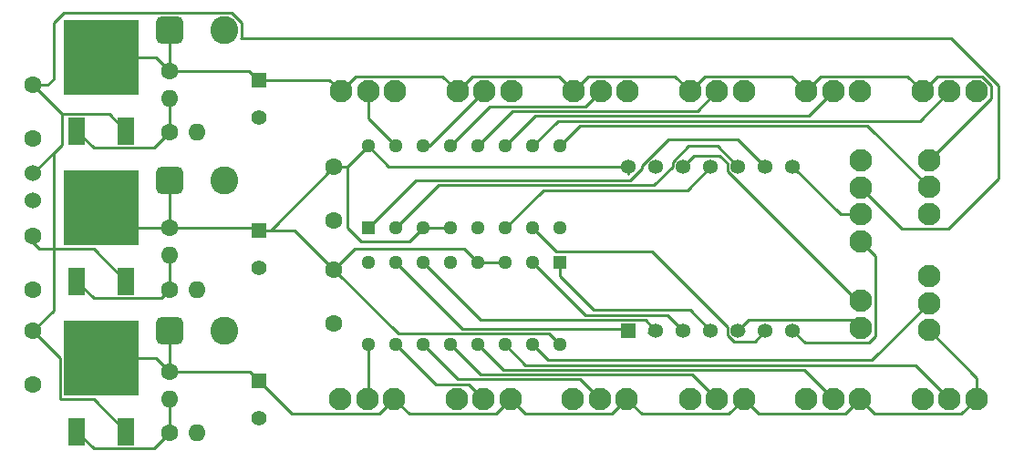
<source format=gtl>
%TF.GenerationSoftware,KiCad,Pcbnew,7.0.10*%
%TF.CreationDate,2024-10-31T16:27:30-04:00*%
%TF.ProjectId,SDP25_MainPCB,53445032-355f-44d6-9169-6e5043422e6b,rev?*%
%TF.SameCoordinates,Original*%
%TF.FileFunction,Copper,L1,Top*%
%TF.FilePolarity,Positive*%
%FSLAX46Y46*%
G04 Gerber Fmt 4.6, Leading zero omitted, Abs format (unit mm)*
G04 Created by KiCad (PCBNEW 7.0.10) date 2024-10-31 16:27:30*
%MOMM*%
%LPD*%
G01*
G04 APERTURE LIST*
G04 Aperture macros list*
%AMRoundRect*
0 Rectangle with rounded corners*
0 $1 Rounding radius*
0 $2 $3 $4 $5 $6 $7 $8 $9 X,Y pos of 4 corners*
0 Add a 4 corners polygon primitive as box body*
4,1,4,$2,$3,$4,$5,$6,$7,$8,$9,$2,$3,0*
0 Add four circle primitives for the rounded corners*
1,1,$1+$1,$2,$3*
1,1,$1+$1,$4,$5*
1,1,$1+$1,$6,$7*
1,1,$1+$1,$8,$9*
0 Add four rect primitives between the rounded corners*
20,1,$1+$1,$2,$3,$4,$5,0*
20,1,$1+$1,$4,$5,$6,$7,0*
20,1,$1+$1,$6,$7,$8,$9,0*
20,1,$1+$1,$8,$9,$2,$3,0*%
G04 Aperture macros list end*
%TA.AperFunction,ComponentPad*%
%ADD10C,2.100000*%
%TD*%
%TA.AperFunction,ComponentPad*%
%ADD11C,1.600000*%
%TD*%
%TA.AperFunction,ComponentPad*%
%ADD12O,1.600000X1.600000*%
%TD*%
%TA.AperFunction,ComponentPad*%
%ADD13RoundRect,0.650000X-0.650000X-0.650000X0.650000X-0.650000X0.650000X0.650000X-0.650000X0.650000X0*%
%TD*%
%TA.AperFunction,ComponentPad*%
%ADD14C,2.600000*%
%TD*%
%TA.AperFunction,SMDPad,CuDef*%
%ADD15R,1.500000X2.500000*%
%TD*%
%TA.AperFunction,SMDPad,CuDef*%
%ADD16R,7.000000X7.000000*%
%TD*%
%TA.AperFunction,ComponentPad*%
%ADD17R,1.422400X1.422400*%
%TD*%
%TA.AperFunction,ComponentPad*%
%ADD18C,1.422400*%
%TD*%
%TA.AperFunction,ComponentPad*%
%ADD19R,1.295400X1.295400*%
%TD*%
%TA.AperFunction,ComponentPad*%
%ADD20C,1.295400*%
%TD*%
%TA.AperFunction,ComponentPad*%
%ADD21R,1.358000X1.358000*%
%TD*%
%TA.AperFunction,ComponentPad*%
%ADD22C,1.358000*%
%TD*%
%TA.AperFunction,ComponentPad*%
%ADD23C,1.524000*%
%TD*%
%TA.AperFunction,Conductor*%
%ADD24C,0.250000*%
%TD*%
G04 APERTURE END LIST*
D10*
%TO.P,J9,1*%
%TO.N,GND*%
X128905000Y-51515000D03*
%TO.P,J9,2*%
%TO.N,Net-(IC1-INPUT)*%
X128905000Y-54015000D03*
%TO.P,J9,3*%
%TO.N,Net-(U3-RX_D7)*%
X128905000Y-56515000D03*
%TO.P,J9,4*%
%TO.N,Net-(U3-TX_D6)*%
X128905000Y-59015000D03*
%TD*%
%TO.P,J15,1*%
%TO.N,GND*%
X134660000Y-73665000D03*
%TO.P,J15,2*%
%TO.N,Net-(U2-G)*%
X137160000Y-73665000D03*
%TO.P,J15,3*%
%TO.N,Net-(IC3-OUTPUT)*%
X139660000Y-73665000D03*
%TD*%
D11*
%TO.P,R2,1*%
%TO.N,Net-(IC2-OUTPUT)*%
X64770000Y-43180000D03*
D12*
%TO.P,R2,2*%
%TO.N,Net-(IC2-ADJ)*%
X64770000Y-45720000D03*
%TD*%
D11*
%TO.P,R3,1*%
%TO.N,Net-(IC3-ADJ)*%
X64770000Y-76835000D03*
D12*
%TO.P,R3,2*%
%TO.N,GND*%
X67310000Y-76835000D03*
%TD*%
D13*
%TO.P,TP1,1,1*%
%TO.N,Net-(IC1-OUTPUT)*%
X64770000Y-53340000D03*
D14*
%TO.P,TP1,2,2*%
%TO.N,GND*%
X69850000Y-53340000D03*
%TD*%
D15*
%TO.P,IC2,1,ADJ*%
%TO.N,Net-(IC2-ADJ)*%
X56120000Y-48760000D03*
D16*
%TO.P,IC2,2,OUTPUT*%
%TO.N,Net-(IC2-OUTPUT)*%
X58420000Y-41910000D03*
D15*
%TO.P,IC2,3,INPUT*%
%TO.N,Net-(IC1-INPUT)*%
X60720000Y-48760000D03*
%TD*%
D17*
%TO.P,C6,1*%
%TO.N,Net-(IC1-OUTPUT)*%
X73025000Y-57969150D03*
D18*
%TO.P,C6,2*%
%TO.N,GND*%
X73025000Y-61474350D03*
%TD*%
D11*
%TO.P,C3,1*%
%TO.N,GND*%
X80010000Y-66635000D03*
%TO.P,C3,2*%
%TO.N,Net-(IC1-OUTPUT)*%
X80010000Y-61635000D03*
%TD*%
D10*
%TO.P,J12,1*%
%TO.N,GND*%
X102195000Y-73665000D03*
%TO.P,J12,2*%
%TO.N,Net-(U2-C)*%
X104695000Y-73665000D03*
%TO.P,J12,3*%
%TO.N,Net-(IC3-OUTPUT)*%
X107195000Y-73665000D03*
%TD*%
D15*
%TO.P,IC3,1,ADJ*%
%TO.N,Net-(IC3-ADJ)*%
X56120000Y-76700000D03*
D16*
%TO.P,IC3,2,OUTPUT*%
%TO.N,Net-(IC3-OUTPUT)*%
X58420000Y-69850000D03*
D15*
%TO.P,IC3,3,INPUT*%
%TO.N,Net-(IC1-INPUT)*%
X60720000Y-76700000D03*
%TD*%
D11*
%TO.P,C7,1*%
%TO.N,Net-(IC1-INPUT)*%
X52070000Y-44490000D03*
%TO.P,C7,2*%
%TO.N,GND*%
X52070000Y-49490000D03*
%TD*%
%TO.P,C5,1*%
%TO.N,Net-(IC1-INPUT)*%
X52070000Y-58500000D03*
%TO.P,C5,2*%
%TO.N,GND*%
X52070000Y-63500000D03*
%TD*%
D10*
%TO.P,J2,1*%
%TO.N,GND*%
X135260000Y-56475000D03*
%TO.P,J2,2*%
%TO.N,Net-(U1-E)*%
X135260000Y-53975000D03*
%TO.P,J2,3*%
%TO.N,Net-(IC2-OUTPUT)*%
X135260000Y-51475000D03*
%TD*%
D11*
%TO.P,R6,1*%
%TO.N,Net-(IC1-OUTPUT)*%
X64770000Y-57785000D03*
D12*
%TO.P,R6,2*%
%TO.N,Net-(IC1-ADJ)*%
X64770000Y-60325000D03*
%TD*%
D10*
%TO.P,J10,1*%
%TO.N,GND*%
X80605000Y-73665000D03*
%TO.P,J10,2*%
%TO.N,Net-(U2-E)*%
X83105000Y-73665000D03*
%TO.P,J10,3*%
%TO.N,Net-(IC3-OUTPUT)*%
X85605000Y-73665000D03*
%TD*%
D13*
%TO.P,TP2,1,1*%
%TO.N,Net-(IC2-OUTPUT)*%
X64770000Y-39370000D03*
D14*
%TO.P,TP2,2,2*%
%TO.N,GND*%
X69850000Y-39370000D03*
%TD*%
D10*
%TO.P,J5,1*%
%TO.N,GND*%
X118070000Y-45085000D03*
%TO.P,J5,2*%
%TO.N,Net-(U1-B)*%
X115570000Y-45085000D03*
%TO.P,J5,3*%
%TO.N,Net-(IC2-OUTPUT)*%
X113070000Y-45085000D03*
%TD*%
D15*
%TO.P,IC1,1,ADJ*%
%TO.N,Net-(IC1-ADJ)*%
X56120000Y-62730000D03*
D16*
%TO.P,IC1,2,OUTPUT*%
%TO.N,Net-(IC1-OUTPUT)*%
X58420000Y-55880000D03*
D15*
%TO.P,IC1,3,INPUT*%
%TO.N,Net-(IC1-INPUT)*%
X60720000Y-62730000D03*
%TD*%
D13*
%TO.P,TP3,1,1*%
%TO.N,Net-(IC3-OUTPUT)*%
X64770000Y-67310000D03*
D14*
%TO.P,TP3,2,2*%
%TO.N,GND*%
X69850000Y-67310000D03*
%TD*%
D10*
%TO.P,J17,1*%
%TO.N,Net-(U3-VCC_3V3)*%
X128900000Y-64540000D03*
%TO.P,J17,2*%
%TO.N,Net-(U3-D4)*%
X128900000Y-67040000D03*
%TD*%
D19*
%TO.P,U1,1,D1*%
%TO.N,Net-(U1-D1)*%
X83185000Y-57785000D03*
D20*
%TO.P,U1,2,D2*%
%TO.N,Net-(U1-D2)*%
X85725000Y-57785000D03*
%TO.P,U1,3,\u002ALT*%
%TO.N,Net-(IC1-OUTPUT)*%
X88265000Y-57785000D03*
%TO.P,U1,4,\u002ABL*%
X90805000Y-57785000D03*
%TO.P,U1,5,\u002ALE*%
%TO.N,GND*%
X93345000Y-57785000D03*
%TO.P,U1,6,D3*%
%TO.N,Net-(U1-D3)*%
X95885000Y-57785000D03*
%TO.P,U1,7,D0*%
%TO.N,Net-(U1-D0)*%
X98425000Y-57785000D03*
%TO.P,U1,8,GND*%
%TO.N,GND*%
X100965000Y-57785000D03*
%TO.P,U1,9,E*%
%TO.N,Net-(U1-E)*%
X100965000Y-50165000D03*
%TO.P,U1,10,D*%
%TO.N,Net-(U1-D)*%
X98425000Y-50165000D03*
%TO.P,U1,11,C*%
%TO.N,Net-(U1-C)*%
X95885000Y-50165000D03*
%TO.P,U1,12,B*%
%TO.N,Net-(U1-B)*%
X93345000Y-50165000D03*
%TO.P,U1,13,A*%
%TO.N,Net-(U1-A)*%
X90805000Y-50165000D03*
%TO.P,U1,14,G*%
%TO.N,Net-(U1-G)*%
X88265000Y-50165000D03*
%TO.P,U1,15,F*%
%TO.N,Net-(U1-F)*%
X85725000Y-50165000D03*
%TO.P,U1,16,VCC*%
%TO.N,Net-(IC1-OUTPUT)*%
X83185000Y-50165000D03*
%TD*%
D10*
%TO.P,J13,1*%
%TO.N,GND*%
X113070000Y-73665000D03*
%TO.P,J13,2*%
%TO.N,Net-(U2-B)*%
X115570000Y-73665000D03*
%TO.P,J13,3*%
%TO.N,Net-(IC3-OUTPUT)*%
X118070000Y-73665000D03*
%TD*%
%TO.P,J16,1*%
%TO.N,GND*%
X135250000Y-62270000D03*
%TO.P,J16,2*%
%TO.N,Net-(U2-F)*%
X135250000Y-64770000D03*
%TO.P,J16,3*%
%TO.N,Net-(IC3-OUTPUT)*%
X135250000Y-67270000D03*
%TD*%
D19*
%TO.P,U2,1,D1*%
%TO.N,Net-(U2-D1)*%
X100965000Y-60960000D03*
D20*
%TO.P,U2,2,D2*%
%TO.N,Net-(U2-D2)*%
X98425000Y-60960000D03*
%TO.P,U2,3,\u002ALT*%
%TO.N,Net-(IC1-OUTPUT)*%
X95885000Y-60960000D03*
%TO.P,U2,4,\u002ABL*%
X93345000Y-60960000D03*
%TO.P,U2,5,\u002ALE*%
%TO.N,GND*%
X90805000Y-60960000D03*
%TO.P,U2,6,D3*%
%TO.N,Net-(U2-D3)*%
X88265000Y-60960000D03*
%TO.P,U2,7,D0*%
%TO.N,Net-(U2-D0)*%
X85725000Y-60960000D03*
%TO.P,U2,8,GND*%
%TO.N,GND*%
X83185000Y-60960000D03*
%TO.P,U2,9,E*%
%TO.N,Net-(U2-E)*%
X83185000Y-68580000D03*
%TO.P,U2,10,D*%
%TO.N,Net-(U2-D)*%
X85725000Y-68580000D03*
%TO.P,U2,11,C*%
%TO.N,Net-(U2-C)*%
X88265000Y-68580000D03*
%TO.P,U2,12,B*%
%TO.N,Net-(U2-B)*%
X90805000Y-68580000D03*
%TO.P,U2,13,A*%
%TO.N,Net-(U2-A)*%
X93345000Y-68580000D03*
%TO.P,U2,14,G*%
%TO.N,Net-(U2-G)*%
X95885000Y-68580000D03*
%TO.P,U2,15,F*%
%TO.N,Net-(U2-F)*%
X98425000Y-68580000D03*
%TO.P,U2,16,VCC*%
%TO.N,Net-(IC1-OUTPUT)*%
X100965000Y-68580000D03*
%TD*%
D17*
%TO.P,C1,1*%
%TO.N,Net-(IC2-OUTPUT)*%
X73025000Y-43999150D03*
D18*
%TO.P,C1,2*%
%TO.N,GND*%
X73025000Y-47504350D03*
%TD*%
D17*
%TO.P,C2,1*%
%TO.N,Net-(IC3-OUTPUT)*%
X73025000Y-71939150D03*
D18*
%TO.P,C2,2*%
%TO.N,GND*%
X73025000Y-75444350D03*
%TD*%
D10*
%TO.P,J4,1*%
%TO.N,GND*%
X128865000Y-45085000D03*
%TO.P,J4,2*%
%TO.N,Net-(U1-C)*%
X126365000Y-45085000D03*
%TO.P,J4,3*%
%TO.N,Net-(IC2-OUTPUT)*%
X123865000Y-45085000D03*
%TD*%
%TO.P,J11,1*%
%TO.N,GND*%
X91400000Y-73665000D03*
%TO.P,J11,2*%
%TO.N,Net-(U2-D)*%
X93900000Y-73665000D03*
%TO.P,J11,3*%
%TO.N,Net-(IC3-OUTPUT)*%
X96400000Y-73665000D03*
%TD*%
D11*
%TO.P,C8,1*%
%TO.N,Net-(IC1-INPUT)*%
X52070000Y-67350000D03*
%TO.P,C8,2*%
%TO.N,GND*%
X52070000Y-72350000D03*
%TD*%
D10*
%TO.P,J14,1*%
%TO.N,GND*%
X123865000Y-73665000D03*
%TO.P,J14,2*%
%TO.N,Net-(U2-A)*%
X126365000Y-73665000D03*
%TO.P,J14,3*%
%TO.N,Net-(IC3-OUTPUT)*%
X128865000Y-73665000D03*
%TD*%
%TO.P,J7,1*%
%TO.N,GND*%
X96480000Y-45085000D03*
%TO.P,J7,2*%
%TO.N,Net-(U1-G)*%
X93980000Y-45085000D03*
%TO.P,J7,3*%
%TO.N,Net-(IC2-OUTPUT)*%
X91480000Y-45085000D03*
%TD*%
%TO.P,J6,1*%
%TO.N,GND*%
X107275000Y-45085000D03*
%TO.P,J6,2*%
%TO.N,Net-(U1-A)*%
X104775000Y-45085000D03*
%TO.P,J6,3*%
%TO.N,Net-(IC2-OUTPUT)*%
X102275000Y-45085000D03*
%TD*%
D11*
%TO.P,C4,1*%
%TO.N,Net-(IC1-OUTPUT)*%
X80010000Y-52110000D03*
%TO.P,C4,2*%
%TO.N,GND*%
X80010000Y-57110000D03*
%TD*%
D21*
%TO.P,U3,1,D0*%
%TO.N,Net-(U2-D0)*%
X107378500Y-67310000D03*
D22*
%TO.P,U3,2,D1*%
%TO.N,Net-(U2-D3)*%
X109918500Y-67310000D03*
%TO.P,U3,3,D2*%
%TO.N,Net-(U2-D2)*%
X112458500Y-67310000D03*
%TO.P,U3,4,D3*%
%TO.N,Net-(U2-D1)*%
X114998500Y-67310000D03*
%TO.P,U3,5,D4*%
%TO.N,Net-(U3-D4)*%
X117538500Y-67310000D03*
%TO.P,U3,6,D5*%
%TO.N,Net-(U1-D0)*%
X120078500Y-67310000D03*
%TO.P,U3,7,TX_D6*%
%TO.N,Net-(U3-TX_D6)*%
X122618500Y-67310000D03*
%TO.P,U3,8,RX_D7*%
%TO.N,Net-(U3-RX_D7)*%
X122618500Y-52070000D03*
%TO.P,U3,9,D8*%
%TO.N,Net-(U1-D1)*%
X120078500Y-52070000D03*
%TO.P,U3,10,D9*%
%TO.N,Net-(U1-D2)*%
X117538500Y-52070000D03*
%TO.P,U3,11,D10*%
%TO.N,Net-(U1-D3)*%
X114998500Y-52070000D03*
%TO.P,U3,12,VCC_3V3*%
%TO.N,Net-(U3-VCC_3V3)*%
X112458500Y-52070000D03*
%TO.P,U3,13,GND*%
%TO.N,GND*%
X109918500Y-52070000D03*
%TO.P,U3,14,VUSB*%
%TO.N,Net-(IC1-OUTPUT)*%
X107378500Y-52070000D03*
%TD*%
D11*
%TO.P,R1,1*%
%TO.N,Net-(IC2-ADJ)*%
X64770000Y-48895000D03*
D12*
%TO.P,R1,2*%
%TO.N,GND*%
X67310000Y-48895000D03*
%TD*%
D11*
%TO.P,R5,1*%
%TO.N,Net-(IC1-ADJ)*%
X64770000Y-63500000D03*
D12*
%TO.P,R5,2*%
%TO.N,GND*%
X67310000Y-63500000D03*
%TD*%
D10*
%TO.P,J8,1*%
%TO.N,GND*%
X85685000Y-45085000D03*
%TO.P,J8,2*%
%TO.N,Net-(U1-F)*%
X83185000Y-45085000D03*
%TO.P,J8,3*%
%TO.N,Net-(IC2-OUTPUT)*%
X80685000Y-45085000D03*
%TD*%
%TO.P,J3,1*%
%TO.N,GND*%
X139660000Y-45085000D03*
%TO.P,J3,2*%
%TO.N,Net-(U1-D)*%
X137160000Y-45085000D03*
%TO.P,J3,3*%
%TO.N,Net-(IC2-OUTPUT)*%
X134660000Y-45085000D03*
%TD*%
D23*
%TO.P,J1,1*%
%TO.N,Net-(IC1-INPUT)*%
X52070000Y-52705000D03*
%TO.P,J1,2*%
%TO.N,GND*%
X52050000Y-55245000D03*
%TD*%
D11*
%TO.P,R4,1*%
%TO.N,Net-(IC3-OUTPUT)*%
X64770000Y-71120000D03*
D12*
%TO.P,R4,2*%
%TO.N,Net-(IC3-ADJ)*%
X64770000Y-73660000D03*
%TD*%
D24*
%TO.N,Net-(IC2-OUTPUT)*%
X92855000Y-43710000D02*
X100900000Y-43710000D01*
X123865000Y-45085000D02*
X125240000Y-43710000D01*
X58420000Y-41910000D02*
X63500000Y-41910000D01*
X79599150Y-43999150D02*
X80685000Y-45085000D01*
X140230000Y-43710000D02*
X141035000Y-44515000D01*
X73025000Y-43999150D02*
X79599150Y-43999150D01*
X80685000Y-45085000D02*
X82060000Y-43710000D01*
X100900000Y-43710000D02*
X102275000Y-45085000D01*
X125240000Y-43710000D02*
X133285000Y-43710000D01*
X122490000Y-43710000D02*
X123865000Y-45085000D01*
X63500000Y-41910000D02*
X64770000Y-43180000D01*
X113070000Y-45085000D02*
X114445000Y-43710000D01*
X90105000Y-43710000D02*
X91480000Y-45085000D01*
X141035000Y-44515000D02*
X141035000Y-45700000D01*
X82060000Y-43710000D02*
X90105000Y-43710000D01*
X141035000Y-45700000D02*
X135260000Y-51475000D01*
X64770000Y-43180000D02*
X64770000Y-39370000D01*
X91480000Y-45085000D02*
X92855000Y-43710000D01*
X114445000Y-43710000D02*
X122490000Y-43710000D01*
X64770000Y-43180000D02*
X72085200Y-43180000D01*
X134660000Y-45085000D02*
X136035000Y-43710000D01*
X133285000Y-43710000D02*
X134660000Y-45085000D01*
X111695000Y-43710000D02*
X113070000Y-45085000D01*
X103650000Y-43710000D02*
X111695000Y-43710000D01*
X102275000Y-45085000D02*
X103650000Y-43710000D01*
X72085200Y-43180000D02*
X73025000Y-44119800D01*
X136035000Y-43710000D02*
X140230000Y-43710000D01*
%TO.N,Net-(IC3-OUTPUT)*%
X76125850Y-75040000D02*
X84230000Y-75040000D01*
X128865000Y-73665000D02*
X130240000Y-75040000D01*
X116695000Y-75040000D02*
X118070000Y-73665000D01*
X138285000Y-75040000D02*
X139660000Y-73665000D01*
X105820000Y-75040000D02*
X107195000Y-73665000D01*
X108570000Y-75040000D02*
X116695000Y-75040000D01*
X85605000Y-73665000D02*
X86980000Y-75040000D01*
X95025000Y-75040000D02*
X96400000Y-73665000D01*
X73025000Y-71939150D02*
X76125850Y-75040000D01*
X64770000Y-71120000D02*
X72205850Y-71120000D01*
X72205850Y-71120000D02*
X73025000Y-71939150D01*
X96400000Y-73665000D02*
X97775000Y-75040000D01*
X63500000Y-69850000D02*
X64770000Y-71120000D01*
X139660000Y-73665000D02*
X139660000Y-71680000D01*
X139660000Y-71680000D02*
X135250000Y-67270000D01*
X58420000Y-69850000D02*
X63500000Y-69850000D01*
X127490000Y-75040000D02*
X128865000Y-73665000D01*
X64770000Y-71120000D02*
X64770000Y-67310000D01*
X97775000Y-75040000D02*
X105820000Y-75040000D01*
X118070000Y-73665000D02*
X119445000Y-75040000D01*
X86980000Y-75040000D02*
X95025000Y-75040000D01*
X84230000Y-75040000D02*
X85605000Y-73665000D01*
X130240000Y-75040000D02*
X138285000Y-75040000D01*
X119445000Y-75040000D02*
X127490000Y-75040000D01*
X107195000Y-73665000D02*
X108570000Y-75040000D01*
%TO.N,Net-(IC1-OUTPUT)*%
X83185000Y-50165000D02*
X85090000Y-52070000D01*
X81240000Y-52110000D02*
X83185000Y-50165000D01*
X60325000Y-57785000D02*
X58420000Y-55880000D01*
X80010000Y-61635000D02*
X85982300Y-67607300D01*
X73025000Y-57969150D02*
X74150850Y-57969150D01*
X64770000Y-53340000D02*
X64770000Y-57785000D01*
X72840850Y-57785000D02*
X73025000Y-57969150D01*
X82509600Y-59055000D02*
X86995000Y-59055000D01*
X88265000Y-57785000D02*
X90805000Y-57785000D01*
X74150850Y-57969150D02*
X80010000Y-52110000D01*
X85090000Y-52070000D02*
X107378500Y-52070000D01*
X73025000Y-57969150D02*
X76344150Y-57969150D01*
X76344150Y-57969150D02*
X80010000Y-61635000D01*
X86995000Y-59055000D02*
X88265000Y-57785000D01*
X92075000Y-59690000D02*
X93345000Y-60960000D01*
X64770000Y-57785000D02*
X72840850Y-57785000D01*
X80010000Y-61635000D02*
X81955000Y-59690000D01*
X107378500Y-52747106D02*
X107378500Y-52070000D01*
X57785000Y-55245000D02*
X58420000Y-55880000D01*
X64770000Y-57785000D02*
X60325000Y-57785000D01*
X99992300Y-67607300D02*
X100965000Y-68580000D01*
X93345000Y-60960000D02*
X95885000Y-60960000D01*
X81955000Y-59690000D02*
X92075000Y-59690000D01*
X81240000Y-57785400D02*
X82509600Y-59055000D01*
X80010000Y-52110000D02*
X81240000Y-52110000D01*
X81240000Y-52110000D02*
X81240000Y-57785400D01*
X85982300Y-67607300D02*
X99992300Y-67607300D01*
%TO.N,Net-(IC1-INPUT)*%
X132740000Y-57850000D02*
X137056531Y-57850000D01*
X71386098Y-40132000D02*
X71475000Y-40043098D01*
X137056531Y-57850000D02*
X141732000Y-53174531D01*
X137288396Y-40132000D02*
X71386098Y-40132000D01*
X53395000Y-44490000D02*
X52070000Y-44490000D01*
X70523098Y-37745000D02*
X54935000Y-37745000D01*
X52070000Y-52705000D02*
X53975000Y-50800000D01*
X53975000Y-50800000D02*
X54765000Y-50010000D01*
X59145000Y-47185000D02*
X60720000Y-48760000D01*
X128905000Y-54015000D02*
X132740000Y-57850000D01*
X52640000Y-59705000D02*
X53975000Y-59705000D01*
X141732000Y-44575604D02*
X137288396Y-40132000D01*
X53975000Y-65445000D02*
X52070000Y-67350000D01*
X60720000Y-47865000D02*
X60720000Y-48760000D01*
X54935000Y-37745000D02*
X53975000Y-38705000D01*
X52070000Y-44490000D02*
X54765000Y-47185000D01*
X53975000Y-59705000D02*
X53975000Y-65445000D01*
X51435000Y-58500000D02*
X52640000Y-59705000D01*
X71475000Y-38696902D02*
X70523098Y-37745000D01*
X54595000Y-69875000D02*
X54595000Y-73675000D01*
X53975000Y-50800000D02*
X53975000Y-59705000D01*
X54595000Y-73675000D02*
X57695000Y-73675000D01*
X53975000Y-43910000D02*
X53395000Y-44490000D01*
X57695000Y-73675000D02*
X60720000Y-76700000D01*
X54765000Y-47185000D02*
X59145000Y-47185000D01*
X52070000Y-67350000D02*
X54595000Y-69875000D01*
X141732000Y-53174531D02*
X141732000Y-44575604D01*
X57695000Y-59705000D02*
X60720000Y-62730000D01*
X53975000Y-38705000D02*
X53975000Y-43910000D01*
X53975000Y-59705000D02*
X57695000Y-59705000D01*
X54765000Y-50010000D02*
X54765000Y-47185000D01*
X71475000Y-40043098D02*
X71475000Y-38696902D01*
X60720000Y-62730000D02*
X60720000Y-63820000D01*
%TO.N,Net-(IC1-ADJ)*%
X57695000Y-64305000D02*
X56120000Y-62730000D01*
X63965000Y-64305000D02*
X57695000Y-64305000D01*
X64770000Y-63500000D02*
X63965000Y-64305000D01*
X64770000Y-60325000D02*
X64770000Y-63500000D01*
%TO.N,Net-(IC2-ADJ)*%
X56120000Y-48760000D02*
X57695000Y-50335000D01*
X64770000Y-45720000D02*
X64770000Y-48895000D01*
X63330000Y-50335000D02*
X64770000Y-48895000D01*
X57695000Y-50335000D02*
X63330000Y-50335000D01*
%TO.N,Net-(IC3-ADJ)*%
X64770000Y-76835000D02*
X63330000Y-78275000D01*
X64770000Y-73660000D02*
X64770000Y-76835000D01*
X57695000Y-78275000D02*
X56120000Y-76700000D01*
X63330000Y-78275000D02*
X57695000Y-78275000D01*
%TO.N,Net-(U1-E)*%
X129545000Y-48260000D02*
X102870000Y-48260000D01*
X100965000Y-50165000D02*
X102870000Y-48260000D01*
X135260000Y-53975000D02*
X129545000Y-48260000D01*
%TO.N,Net-(U1-D)*%
X134435000Y-47810000D02*
X137160000Y-45085000D01*
X100780000Y-47810000D02*
X134435000Y-47810000D01*
X98425000Y-50165000D02*
X100780000Y-47810000D01*
%TO.N,Net-(U1-C)*%
X124090000Y-47360000D02*
X126365000Y-45085000D01*
X98690000Y-47360000D02*
X124090000Y-47360000D01*
X95885000Y-50165000D02*
X98690000Y-47360000D01*
X126365000Y-45405986D02*
X126365000Y-45085000D01*
%TO.N,Net-(U1-B)*%
X96600000Y-46910000D02*
X113745000Y-46910000D01*
X113745000Y-46910000D02*
X115570000Y-45085000D01*
X115610000Y-45125000D02*
X115570000Y-45085000D01*
X93345000Y-50165000D02*
X96600000Y-46910000D01*
%TO.N,Net-(U1-A)*%
X90805000Y-50165000D02*
X94510000Y-46460000D01*
X94510000Y-46460000D02*
X103400000Y-46460000D01*
X103400000Y-46460000D02*
X104775000Y-45085000D01*
%TO.N,Net-(U1-G)*%
X88265000Y-50165000D02*
X88900000Y-50165000D01*
X88900000Y-50165000D02*
X93980000Y-45085000D01*
%TO.N,Net-(U1-F)*%
X83185000Y-47625000D02*
X83185000Y-45085000D01*
X85725000Y-50165000D02*
X83185000Y-47625000D01*
%TO.N,Net-(U3-RX_D7)*%
X122618500Y-52070000D02*
X127063500Y-56515000D01*
X127063500Y-56515000D02*
X128905000Y-56515000D01*
%TO.N,Net-(U3-TX_D6)*%
X129705000Y-68415000D02*
X123723500Y-68415000D01*
X130275000Y-67845000D02*
X129705000Y-68415000D01*
X130275000Y-60385000D02*
X130275000Y-67845000D01*
X123723500Y-68415000D02*
X122618500Y-67310000D01*
X128905000Y-59015000D02*
X130275000Y-60385000D01*
%TO.N,Net-(U2-E)*%
X83065000Y-73625000D02*
X83105000Y-73665000D01*
X83185000Y-73585000D02*
X83105000Y-73665000D01*
X83185000Y-68580000D02*
X83185000Y-73585000D01*
%TO.N,Net-(U2-D)*%
X89435000Y-72290000D02*
X92525000Y-72290000D01*
X92525000Y-72290000D02*
X93900000Y-73665000D01*
X85725000Y-68580000D02*
X89435000Y-72290000D01*
%TO.N,Net-(U2-C)*%
X102870000Y-71840000D02*
X104695000Y-73665000D01*
X91525000Y-71840000D02*
X102870000Y-71840000D01*
X88265000Y-68580000D02*
X91525000Y-71840000D01*
%TO.N,Net-(U2-B)*%
X93615000Y-71390000D02*
X113295000Y-71390000D01*
X90805000Y-68580000D02*
X93615000Y-71390000D01*
X113295000Y-71390000D02*
X115570000Y-73665000D01*
%TO.N,Net-(U2-A)*%
X123640000Y-70940000D02*
X126365000Y-73665000D01*
X93345000Y-68580000D02*
X95705000Y-70940000D01*
X95705000Y-70940000D02*
X123640000Y-70940000D01*
%TO.N,Net-(U2-G)*%
X95885000Y-68580000D02*
X97795000Y-70490000D01*
X133985000Y-70490000D02*
X137160000Y-73665000D01*
X97795000Y-70490000D02*
X133985000Y-70490000D01*
%TO.N,Net-(U2-F)*%
X129980000Y-70040000D02*
X99885000Y-70040000D01*
X135250000Y-64770000D02*
X129980000Y-70040000D01*
X98425000Y-68580000D02*
X99885000Y-70040000D01*
%TO.N,Net-(U3-VCC_3V3)*%
X112458500Y-52070000D02*
X113462500Y-51066000D01*
X128900000Y-64540000D02*
X128588629Y-64540000D01*
X115836000Y-51066000D02*
X116534500Y-51764500D01*
X116534500Y-51764500D02*
X116534500Y-52485871D01*
X128588629Y-64540000D02*
X116534500Y-52485871D01*
X113462500Y-51066000D02*
X115836000Y-51066000D01*
%TO.N,Net-(U3-D4)*%
X117538500Y-67310000D02*
X118110000Y-67310000D01*
X118542500Y-66306000D02*
X128166000Y-66306000D01*
X128166000Y-66306000D02*
X128900000Y-67040000D01*
X117538500Y-67310000D02*
X118542500Y-66306000D01*
%TO.N,Net-(U1-D1)*%
X107528371Y-53340000D02*
X108585000Y-52283371D01*
X87630000Y-53340000D02*
X107528371Y-53340000D01*
X83185000Y-57785000D02*
X87630000Y-53340000D01*
X117538500Y-49530000D02*
X120078500Y-52070000D01*
X108585000Y-52283371D02*
X108585000Y-51983629D01*
X111038629Y-49530000D02*
X117538500Y-49530000D01*
X108585000Y-51983629D02*
X111038629Y-49530000D01*
%TO.N,Net-(U1-D2)*%
X85725000Y-57785000D02*
X89720000Y-53790000D01*
X115633500Y-50165000D02*
X117538500Y-52070000D01*
X109734500Y-53790000D02*
X111454500Y-52070000D01*
X111454500Y-52070000D02*
X111454500Y-51654129D01*
X112943629Y-50165000D02*
X115633500Y-50165000D01*
X89720000Y-53790000D02*
X109734500Y-53790000D01*
X111454500Y-51654129D02*
X112943629Y-50165000D01*
%TO.N,Net-(U1-D3)*%
X95885000Y-57785000D02*
X99430000Y-54240000D01*
X99430000Y-54240000D02*
X112828500Y-54240000D01*
X112828500Y-54240000D02*
X114998500Y-52070000D01*
%TO.N,Net-(U1-D0)*%
X116534500Y-67004500D02*
X116534500Y-67725871D01*
X119074500Y-68314000D02*
X120078500Y-67310000D01*
X98425000Y-57785000D02*
X100627300Y-59987300D01*
X117122629Y-68314000D02*
X119074500Y-68314000D01*
X116534500Y-67725871D02*
X117122629Y-68314000D01*
X100627300Y-59987300D02*
X109517300Y-59987300D01*
X109517300Y-59987300D02*
X116534500Y-67004500D01*
%TO.N,Net-(U2-D1)*%
X100965000Y-62230000D02*
X104140000Y-65405000D01*
X113093500Y-65405000D02*
X114998500Y-67310000D01*
X100965000Y-60960000D02*
X100965000Y-62230000D01*
X104140000Y-65405000D02*
X113093500Y-65405000D01*
%TO.N,Net-(U2-D2)*%
X103321000Y-65856000D02*
X111004500Y-65856000D01*
X111004500Y-65856000D02*
X112458500Y-67310000D01*
X98425000Y-60960000D02*
X103321000Y-65856000D01*
%TO.N,Net-(U2-D3)*%
X108914500Y-66306000D02*
X109918500Y-67310000D01*
X88265000Y-60960000D02*
X93611000Y-66306000D01*
X109243350Y-67494150D02*
X109537500Y-67200000D01*
X93611000Y-66306000D02*
X108914500Y-66306000D01*
%TO.N,Net-(U2-D0)*%
X85725000Y-60960000D02*
X91922300Y-67157300D01*
X91922300Y-67157300D02*
X107225800Y-67157300D01*
X107225800Y-67157300D02*
X107378500Y-67310000D01*
%TD*%
M02*

</source>
